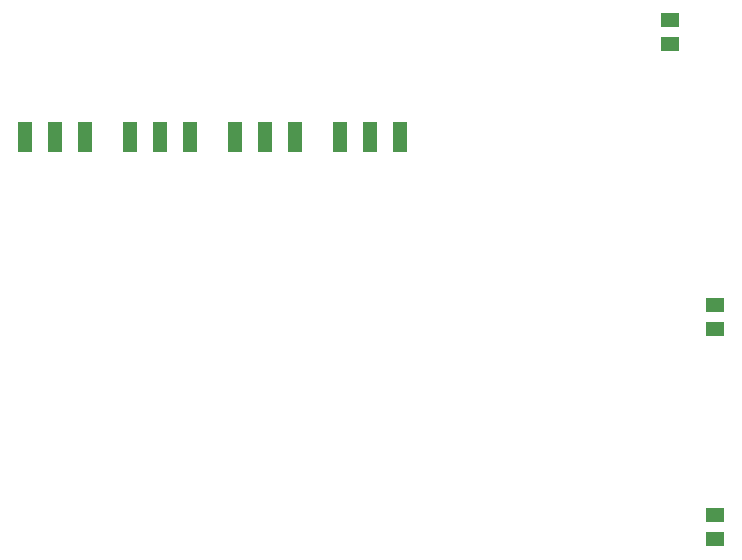
<source format=gbr>
G04 EAGLE Gerber RS-274X export*
G75*
%MOMM*%
%FSLAX34Y34*%
%LPD*%
%INSolderpaste Top*%
%IPPOS*%
%AMOC8*
5,1,8,0,0,1.08239X$1,22.5*%
G01*
%ADD10R,1.270000X2.540000*%
%ADD11R,1.600000X1.300000*%


D10*
X-317500Y444500D03*
X-50800Y444500D03*
X-25400Y444500D03*
X0Y444500D03*
X-292100Y444500D03*
X-266700Y444500D03*
X-228600Y444500D03*
X-203200Y444500D03*
X-177800Y444500D03*
X-139700Y444500D03*
X-114300Y444500D03*
X-88900Y444500D03*
D11*
X266700Y302100D03*
X266700Y282100D03*
X266700Y124300D03*
X266700Y104300D03*
X228600Y543400D03*
X228600Y523400D03*
M02*

</source>
